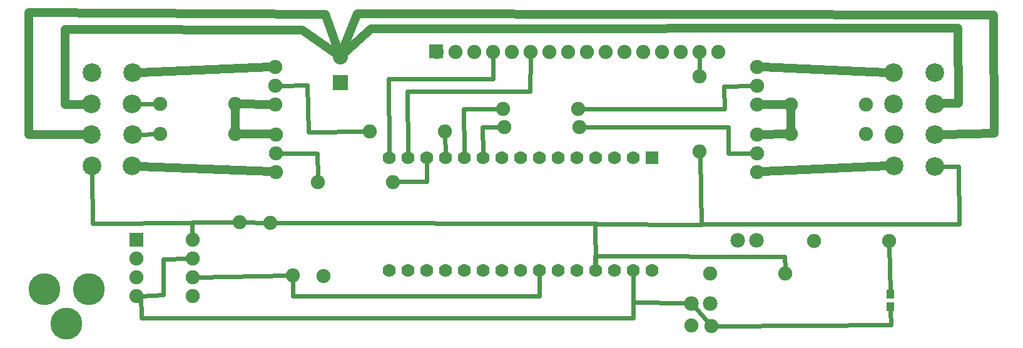
<source format=gtl>
G04 MADE WITH FRITZING*
G04 WWW.FRITZING.ORG*
G04 DOUBLE SIDED*
G04 HOLES PLATED*
G04 CONTOUR ON CENTER OF CONTOUR VECTOR*
%ASAXBY*%
%FSLAX23Y23*%
%MOIN*%
%OFA0B0*%
%SFA1.0B1.0*%
%ADD10C,0.075000*%
%ADD11C,0.099055*%
%ADD12C,0.070000*%
%ADD13C,0.080000*%
%ADD14C,0.078000*%
%ADD15C,0.170000*%
%ADD16R,0.075000X0.075000*%
%ADD17R,0.070000X0.069972*%
%ADD18R,0.080000X0.080000*%
%ADD19R,0.043307X0.047244*%
%ADD20C,0.024000*%
%ADD21C,0.048000*%
%ADD22R,0.001000X0.001000*%
%LNCOPPER1*%
G90*
G70*
G54D10*
X2225Y1596D03*
X2325Y1596D03*
X2425Y1596D03*
X2525Y1596D03*
X2625Y1596D03*
X2725Y1596D03*
X2825Y1596D03*
X2925Y1596D03*
X3025Y1596D03*
X3125Y1596D03*
X3225Y1596D03*
X3325Y1596D03*
X3425Y1596D03*
X3525Y1596D03*
X3625Y1596D03*
X3725Y1596D03*
G54D11*
X390Y1486D03*
G54D12*
X3371Y1031D03*
X3271Y1031D03*
X3171Y1031D03*
X3071Y1031D03*
X2971Y1031D03*
X2871Y1031D03*
X2771Y1031D03*
X2671Y1031D03*
X2571Y1031D03*
X2471Y1031D03*
X2371Y1031D03*
X2271Y1031D03*
X2171Y1031D03*
X2071Y1031D03*
X1971Y1031D03*
X3371Y431D03*
X3271Y431D03*
X3171Y431D03*
X3071Y431D03*
X2971Y431D03*
X2871Y431D03*
X2771Y431D03*
X2671Y431D03*
X2571Y431D03*
X2471Y431D03*
X2371Y431D03*
X2271Y431D03*
X2171Y431D03*
X2071Y431D03*
X1971Y431D03*
G54D11*
X4878Y1319D03*
X4878Y1154D03*
G54D10*
X1365Y1316D03*
X1365Y1416D03*
X1365Y1516D03*
X1369Y1156D03*
X1369Y1056D03*
X1369Y956D03*
X3933Y1156D03*
X3933Y1056D03*
X3933Y956D03*
X3934Y1316D03*
X3934Y1416D03*
X3934Y1516D03*
X2980Y1291D03*
X2580Y1291D03*
X2985Y1195D03*
X2585Y1195D03*
X1592Y902D03*
X1992Y902D03*
X1870Y1171D03*
X2270Y1171D03*
G54D11*
X4879Y1484D03*
X606Y1484D03*
X4660Y1483D03*
X387Y1153D03*
X4662Y989D03*
X604Y987D03*
X387Y1317D03*
X4660Y1319D03*
X4664Y1153D03*
X605Y1154D03*
X603Y1319D03*
X390Y988D03*
X4878Y986D03*
G54D13*
X1712Y1432D03*
X1712Y1569D03*
G54D10*
X625Y594D03*
X925Y594D03*
X625Y494D03*
X925Y494D03*
X625Y394D03*
X925Y394D03*
X625Y294D03*
X925Y294D03*
X3627Y1464D03*
X3627Y1064D03*
X1340Y684D03*
X1623Y401D03*
X4082Y414D03*
X3682Y414D03*
X1176Y687D03*
X1459Y405D03*
X4511Y1315D03*
X4111Y1315D03*
X4511Y1157D03*
X4111Y1157D03*
X751Y1317D03*
X1151Y1317D03*
X754Y1159D03*
X1154Y1159D03*
G54D14*
X3828Y590D03*
X3928Y590D03*
G54D10*
X4235Y589D03*
X4635Y589D03*
X3689Y135D03*
X3583Y137D03*
G54D14*
X3684Y256D03*
X3584Y256D03*
G54D15*
X371Y332D03*
X135Y332D03*
X253Y147D03*
X371Y332D03*
X135Y332D03*
X253Y147D03*
G54D16*
X2224Y1597D03*
G54D17*
X3371Y1031D03*
G54D18*
X1712Y1432D03*
G54D16*
X625Y594D03*
G54D19*
X4644Y237D03*
X4644Y304D03*
G54D20*
X3670Y157D02*
X3604Y234D01*
G54D21*
D02*
X247Y1315D02*
X245Y1715D01*
D02*
X245Y1715D02*
X1508Y1710D01*
D02*
X1508Y1710D02*
X1686Y1587D01*
D02*
X335Y1316D02*
X247Y1315D01*
D02*
X53Y1803D02*
X1632Y1796D01*
D02*
X1632Y1796D02*
X1701Y1599D01*
D02*
X335Y1153D02*
X53Y1153D01*
D02*
X53Y1153D02*
X53Y1803D01*
G54D20*
D02*
X2021Y903D02*
X2172Y906D01*
D02*
X1591Y931D02*
X1588Y1055D01*
G54D21*
D02*
X1341Y957D02*
X645Y986D01*
G54D20*
D02*
X722Y1318D02*
X644Y1319D01*
D02*
X725Y1158D02*
X645Y1155D01*
G54D21*
D02*
X1336Y1515D02*
X646Y1486D01*
G54D20*
D02*
X1841Y1171D02*
X1542Y1169D01*
D02*
X1542Y1169D02*
X1535Y1417D01*
D02*
X2270Y1143D02*
X2271Y1060D01*
G54D21*
D02*
X1336Y1316D02*
X1179Y1317D01*
D02*
X1341Y1157D02*
X1183Y1159D01*
D02*
X1153Y1188D02*
X1151Y1289D01*
D02*
X5006Y1321D02*
X5001Y1720D01*
D02*
X5001Y1720D02*
X1876Y1719D01*
D02*
X4929Y1320D02*
X5006Y1321D01*
D02*
X1876Y1719D02*
X1735Y1590D01*
D02*
X5197Y1161D02*
X5194Y1792D01*
D02*
X5194Y1792D02*
X1804Y1797D01*
D02*
X4930Y1155D02*
X5197Y1161D01*
D02*
X1804Y1797D02*
X1727Y1609D01*
D02*
X3962Y1515D02*
X4620Y1485D01*
D02*
X3962Y957D02*
X4621Y987D01*
D02*
X3963Y1316D02*
X4083Y1315D01*
D02*
X3962Y1156D02*
X4082Y1157D01*
G54D20*
D02*
X3009Y1291D02*
X3759Y1292D01*
D02*
X2552Y1291D02*
X2370Y1292D01*
D02*
X2556Y1195D02*
X2468Y1196D01*
D02*
X3779Y1196D02*
X3014Y1195D01*
D02*
X3779Y1053D02*
X3779Y1196D01*
D02*
X3905Y1055D02*
X3779Y1053D01*
D02*
X3625Y1568D02*
X3627Y1493D01*
D02*
X2468Y1196D02*
X2471Y1060D01*
D02*
X2370Y1292D02*
X2371Y1060D01*
D02*
X1535Y1417D02*
X1394Y1416D01*
D02*
X2069Y1384D02*
X2723Y1384D01*
D02*
X2723Y1384D02*
X2725Y1568D01*
D02*
X2071Y1060D02*
X2069Y1384D01*
D02*
X3070Y674D02*
X3075Y680D01*
D02*
X3075Y680D02*
X1369Y684D01*
D02*
X3071Y460D02*
X3070Y674D01*
D02*
X3759Y1292D02*
X3757Y1412D01*
D02*
X3757Y1412D02*
X3905Y1415D01*
D02*
X1969Y1451D02*
X2525Y1452D01*
D02*
X2525Y1452D02*
X2525Y1568D01*
D02*
X1971Y1060D02*
X1969Y1451D01*
G54D21*
D02*
X4111Y1286D02*
X4111Y1185D01*
G54D20*
D02*
X921Y688D02*
X1147Y687D01*
D02*
X924Y623D02*
X921Y688D01*
D02*
X1204Y687D02*
X1312Y684D01*
D02*
X954Y395D02*
X1430Y404D01*
D02*
X2772Y294D02*
X1459Y294D01*
D02*
X1459Y294D02*
X1459Y376D01*
D02*
X2771Y401D02*
X2772Y294D01*
D02*
X2172Y906D02*
X2171Y1001D01*
D02*
X393Y682D02*
X921Y686D01*
D02*
X921Y686D02*
X924Y623D01*
D02*
X390Y947D02*
X393Y682D01*
D02*
X3068Y509D02*
X3070Y460D01*
D02*
X4079Y506D02*
X3068Y509D01*
D02*
X4081Y443D02*
X4079Y506D01*
D02*
X770Y301D02*
X768Y492D01*
D02*
X768Y492D02*
X897Y494D01*
D02*
X654Y295D02*
X770Y301D01*
D02*
X650Y300D02*
X652Y178D01*
D02*
X652Y178D02*
X3271Y177D01*
D02*
X3271Y177D02*
X3271Y401D01*
D02*
X653Y301D02*
X650Y300D01*
D02*
X3554Y257D02*
X3271Y262D01*
D02*
X3271Y262D02*
X3271Y401D01*
D02*
X1588Y1055D02*
X1398Y1056D01*
D02*
X3635Y674D02*
X3628Y1036D01*
D02*
X3070Y679D02*
X3635Y674D01*
D02*
X3071Y460D02*
X3070Y679D01*
D02*
X5010Y678D02*
X3636Y679D01*
D02*
X3636Y679D02*
X3628Y1036D01*
D02*
X5006Y984D02*
X5010Y678D01*
D02*
X4918Y985D02*
X5006Y984D01*
D02*
X4644Y322D02*
X4636Y560D01*
D02*
X4644Y219D02*
X4645Y142D01*
D02*
X4645Y142D02*
X3718Y135D01*
G54D22*
D02*
G04 End of Copper1*
M02*
</source>
